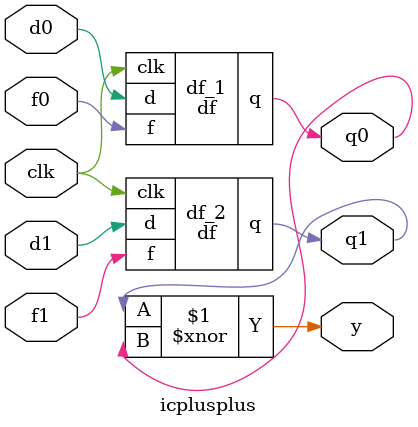
<source format=v>
`timescale 1ns / 1ps

module df(
    input d,
    input f,
    input clk,
    output reg q
    );
    
    initial begin
        q = 0;
    end
	
    // write your code here

	always@(posedge clk)
	begin
		q<= (~d & ~f) | (q & ~d) | (~q & d & f);
	end
endmodule

module icplusplus(
		input d0,
		input f0,
		input d1,
		input f1,
		input clk,
		output q0,
		output q1,
		output y
		);
		df df_1(d0,f0,clk,q0);
		df df_2(d1,f1,clk,q1);
		assign y = q1 ~^ q0;
endmodule		
</source>
